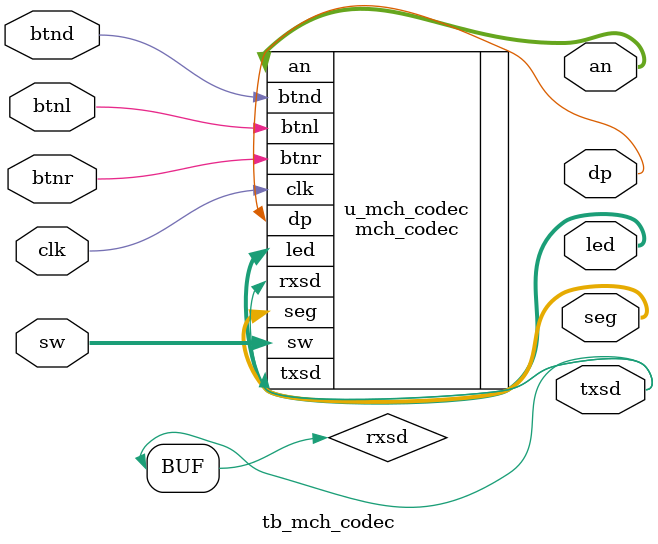
<source format=v>
module tb_mch_codec
(
    input 	btnl, // rst. High Active Reset
    input 	clk,  // 100MHz Clock Input
    input 	btnr, // start btn. Tact Switch Input. Push High
    input 	btnd, // LED sel btn. Tact Switch Input. Push High
    input 	[15:0] sw,
//    input	rxsd,
    //
    output  txsd,
    output	[6:0] seg,
    output  dp,
    output	[3:0] an,
    output 	[15:0] led
);

wire rxsd;

mch_codec u_mch_codec
(
.btnl  		(btnl  		),
.clk        (clk        ),
.btnr  		(btnr  		),
.btnd  		(btnd  		),
.sw  		(sw  		),
.rxsd  		(rxsd  		),
//
.txsd  		(txsd	  	),
.seg		(seg		),
.dp  		(dp		  	),
.an  		(an		  	),
.led  		(led	  	)
);

assign rxsd = txsd;

endmodule

</source>
